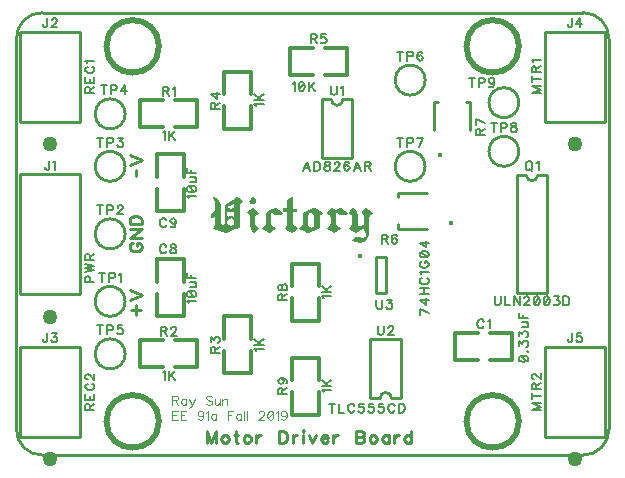
<source format=gbr>
G04 DipTrace 3.3.1.3*
G04 TopSilk.gbr*
%MOIN*%
G04 #@! TF.FileFunction,Legend,Top*
G04 #@! TF.Part,Single*
%ADD10C,0.009843*%
%ADD12C,0.003*%
%ADD16C,0.01*%
%ADD19C,0.02*%
%ADD20C,0.012*%
%ADD23C,0.05*%
%ADD27C,0.015761*%
%ADD30C,0.015748*%
%ADD33C,0.015395*%
%ADD64C,0.006562*%
%ADD65C,0.008749*%
%ADD66C,0.004632*%
%FSLAX26Y26*%
G04*
G70*
G90*
G75*
G01*
G04 TopSilk*
%LPD*%
X1475000Y420000D2*
D20*
X1549993D1*
X1475000Y330000D2*
X1549993D1*
X1590007D2*
X1665000D1*
X1590007Y420000D2*
X1665000D1*
X1475000Y330000D2*
Y420000D1*
X1665000Y330000D2*
Y420000D1*
X480000Y475000D2*
Y549993D1*
X570000Y475000D2*
Y549993D1*
Y590007D2*
Y665000D1*
X480000Y590007D2*
Y665000D1*
X570000Y475000D2*
X480000D1*
X570000Y665000D2*
X480000D1*
Y825000D2*
Y899993D1*
X570000Y825000D2*
Y899993D1*
Y940007D2*
Y1015000D1*
X480000Y940007D2*
Y1015000D1*
X570000Y825000D2*
X480000D1*
X570000Y1015000D2*
X480000D1*
D23*
X125000Y474213D3*
X25000Y549213D2*
D10*
X225000D1*
Y949213D1*
X25000D1*
Y549213D1*
D23*
X125000Y1049213D3*
X25000Y1124213D2*
D10*
X225000D1*
Y1424213D1*
X25000D1*
Y1124213D1*
D23*
X125000Y-787D3*
X25000Y74213D2*
D10*
X225000D1*
Y374213D1*
X25000D1*
Y74213D1*
D23*
X1875000Y1049213D3*
X1775000Y1124213D2*
D10*
X1975000D1*
Y1424213D1*
X1775000D1*
Y1124213D1*
D23*
X1875000Y-787D3*
X1775000Y74213D2*
D10*
X1975000D1*
Y374213D1*
X1775000D1*
Y74213D1*
X1680111Y946835D2*
Y553165D1*
X1782487Y946835D2*
Y553165D1*
X1680111D2*
X1782487D1*
X1680111Y946835D2*
X1711605D1*
X1750994D2*
X1782487D1*
X1711605D2*
G03X1750994Y946835I19694J11D01*
G01*
X425000Y1195000D2*
D20*
X499993D1*
X425000Y1105000D2*
X499993D1*
X540007D2*
X615000D1*
X540007Y1195000D2*
X615000D1*
X425000Y1105000D2*
Y1195000D1*
X615000Y1105000D2*
Y1195000D1*
X425000Y395000D2*
X499993D1*
X425000Y305000D2*
X499993D1*
X540007D2*
X615000D1*
X540007Y395000D2*
X615000D1*
X425000Y305000D2*
Y395000D1*
X615000Y305000D2*
Y395000D1*
X795000Y475000D2*
Y400007D1*
X705000Y475000D2*
Y400007D1*
Y359993D2*
Y285000D1*
X795000Y359993D2*
Y285000D1*
X705000Y475000D2*
X795000D1*
X705000Y285000D2*
X795000D1*
X705000Y1100000D2*
Y1174993D1*
X795000Y1100000D2*
Y1174993D1*
Y1215007D2*
Y1290000D1*
X705000Y1215007D2*
Y1290000D1*
X795000Y1100000D2*
X705000D1*
X795000Y1290000D2*
X705000D1*
X925000Y1370000D2*
X999993D1*
X925000Y1280000D2*
X999993D1*
X1040007D2*
X1115000D1*
X1040007Y1370000D2*
X1115000D1*
X925000Y1280000D2*
Y1370000D1*
X1115000Y1280000D2*
Y1370000D1*
X1380371Y767809D2*
D10*
X1284320D1*
X1380371Y885931D2*
X1284320Y885919D1*
Y767821D2*
X1284300Y781591D1*
X1284320Y885931D2*
X1284300Y872149D1*
D27*
X1461595Y787500D3*
X1405309Y1094629D2*
D10*
Y1190680D1*
X1523431Y1094629D2*
X1523419Y1190680D1*
X1405321D2*
X1419091Y1190700D1*
X1523431Y1190680D2*
X1509649Y1190700D1*
D30*
X1425000Y1013405D3*
X1020000Y650000D2*
D20*
Y575007D1*
X930000Y650000D2*
Y575007D1*
Y534993D2*
Y460000D1*
X1020000Y534993D2*
Y460000D1*
X930000Y650000D2*
X1020000D1*
X930000Y460000D2*
X1020000D1*
Y337500D2*
Y262507D1*
X930000Y337500D2*
Y262507D1*
Y222493D2*
Y147500D1*
X1020000Y222493D2*
Y147500D1*
X930000Y337500D2*
X1020000D1*
X930000Y147500D2*
X1020000D1*
X275000Y525000D2*
D10*
G02X275000Y525000I50000J0D01*
G01*
Y750000D2*
G02X275000Y750000I50000J0D01*
G01*
Y975000D2*
G02X275000Y975000I50000J0D01*
G01*
Y1150000D2*
G02X275000Y1150000I50000J0D01*
G01*
Y350000D2*
G02X275000Y350000I50000J0D01*
G01*
X1275000Y1262500D2*
G02X1275000Y1262500I50000J0D01*
G01*
Y975000D2*
G02X1275000Y975000I50000J0D01*
G01*
X1587500Y1025000D2*
G02X1587500Y1025000I50000J0D01*
G01*
Y1187500D2*
G02X1587500Y1187500I50000J0D01*
G01*
X1030111Y1198427D2*
Y1001573D1*
X1132487Y1198427D2*
Y1001573D1*
X1030111D2*
X1132487D1*
X1061605Y1198427D2*
X1030111D1*
X1100994D2*
X1132487D1*
X1061605D2*
G03X1100994Y1198427I19694J9D01*
G01*
X1294889Y201573D2*
Y398427D1*
X1192513Y201573D2*
Y398427D1*
X1294889D2*
X1192513D1*
X1263395Y201573D2*
X1294889D1*
X1224006D2*
X1192513D1*
X1263395D2*
G03X1224006Y201573I-19694J-9D01*
G01*
D33*
X1158375Y676914D3*
X1212440Y671651D2*
D10*
Y553543D1*
X1243931Y671651D2*
Y553543D1*
X1212440D2*
X1243931D1*
X1212440Y671651D2*
X1243931D1*
X100000Y1487500D2*
D16*
X1900000D1*
X100000Y12500D2*
X1900000D1*
X12500Y1400000D2*
Y100000D1*
X1987500Y1400000D2*
Y100000D1*
X12500Y1400000D2*
G02X100000Y1487500I85417J2083D01*
G01*
Y12500D2*
G02X12500Y100000I-2083J85417D01*
G01*
X1987500D2*
G02X1900000Y12500I-85417J-2083D01*
G01*
Y1487500D2*
G02X1987500Y1400000I2083J-85417D01*
G01*
X312500Y125000D2*
D19*
G02X312500Y125000I87500J0D01*
G01*
Y1375000D2*
G02X312500Y1375000I87500J0D01*
G01*
X1512500Y125000D2*
G02X1512500Y125000I87500J0D01*
G01*
Y1375000D2*
G02X1512500Y1375000I87500J0D01*
G01*
X666781Y871719D2*
D12*
X669781D1*
X744781D2*
X747781D1*
X798781D2*
X801781D1*
X927781D2*
X930781D1*
X668282Y868719D2*
X675180D1*
X741655D2*
X752273D1*
X795793D2*
X804655D1*
X923058D2*
X930781D1*
X670024Y865719D2*
X679829D1*
X738141D2*
X756942D1*
X792933D2*
X807130D1*
X918955D2*
X930781D1*
X671752Y862719D2*
X683439D1*
X733817D2*
X761458D1*
X790469D2*
X809123D1*
X915502D2*
X930781D1*
X673289Y859719D2*
X686091D1*
X728471D2*
X765781D1*
X788375D2*
X809356D1*
X913930D2*
X930781D1*
X674470Y856719D2*
X688033D1*
X722477D2*
X761881D1*
X790314D2*
X807379D1*
X913778D2*
X930781D1*
X675175Y853719D2*
X689376D1*
X716918D2*
X758490D1*
X792781D2*
X804781D1*
X914206D2*
X930781D1*
X675526Y850719D2*
X690142D1*
X712280D2*
X727622D1*
X738781D2*
X755753D1*
X914847D2*
X930781D1*
X675682Y847719D2*
X690515D1*
X710180D2*
X720871D1*
X738781D2*
X754737D1*
X915320D2*
X930781D1*
X675744Y844719D2*
X690678D1*
X709432D2*
X715537D1*
X738769D2*
X754187D1*
X915579D2*
X930781D1*
X675768Y841719D2*
X690743D1*
X709047D2*
X713363D1*
X738593D2*
X753940D1*
X915700D2*
X930781D1*
X675776Y838719D2*
X690767D1*
X708881D2*
X712452D1*
X738136D2*
X753839D1*
X915752D2*
X930781D1*
X675744Y835719D2*
X690776D1*
X708817D2*
X718074D1*
X735227D2*
X753801D1*
X798781D2*
X801781D1*
X873781D2*
X876781D1*
X900781D2*
X930781D1*
X1002781D2*
X1005781D1*
X1059781D2*
X1062781D1*
X1089781D2*
X1092781D1*
X1131781D2*
X1134781D1*
X1173781D2*
X1176781D1*
X675417Y832719D2*
X690779D1*
X708793D2*
X727283D1*
X727259D2*
X753788D1*
X794289D2*
X805233D1*
X865404D2*
X880461D1*
X900781D2*
X945781D1*
X995998D2*
X1010601D1*
X1056793D2*
X1067435D1*
X1083730D2*
X1096461D1*
X1128793D2*
X1137769D1*
X1170793D2*
X1180461D1*
X674644Y829719D2*
X690780D1*
X708785D2*
X753783D1*
X789619D2*
X808863D1*
X857493D2*
X884865D1*
X900781D2*
X945781D1*
X988335D2*
X1016284D1*
X1053907D2*
X1073593D1*
X1076645D2*
X1100865D1*
X1125907D2*
X1140652D1*
X1167933D2*
X1184865D1*
X671633Y826719D2*
X690781D1*
X708782D2*
X753782D1*
X785104D2*
X812183D1*
X851297D2*
X889674D1*
X915781D2*
X930781D1*
X980400D2*
X1022409D1*
X1051370D2*
X1105674D1*
X1123370D2*
X1143152D1*
X1165469D2*
X1189674D1*
X668132Y823719D2*
X690781D1*
X708781D2*
X711781D1*
X738781D2*
X753781D1*
X780781D2*
X814729D1*
X846680D2*
X894005D1*
X915781D2*
X930781D1*
X974003D2*
X1027943D1*
X1049396D2*
X1110005D1*
X1121396D2*
X1144934D1*
X1163375D2*
X1194005D1*
X665052Y820719D2*
X690781D1*
X708781D2*
X711781D1*
X738781D2*
X753781D1*
X784118D2*
X816781D1*
X845166D2*
X858781D1*
X867781D2*
X897781D1*
X915781D2*
X930781D1*
X969380D2*
X985370D1*
X997118D2*
X1032781D1*
X1047781D2*
X1074781D1*
X1083781D2*
X1113781D1*
X1119781D2*
X1145947D1*
X1165103D2*
X1197781D1*
X662568Y817719D2*
X690781D1*
X708781D2*
X711804D1*
X738769D2*
X753781D1*
X787361D2*
X811960D1*
X844362D2*
X858781D1*
X870781D2*
X893375D1*
X915781D2*
X930781D1*
X968000D2*
X983616D1*
X1000361D2*
X1027960D1*
X1052961D2*
X1074781D1*
X1086781D2*
X1109375D1*
X1124961D2*
X1146437D1*
X1167179D2*
X1192960D1*
X661647Y814719D2*
X690781D1*
X708781D2*
X712033D1*
X738655D2*
X753781D1*
X789919D2*
X807904D1*
X844005D2*
X858781D1*
X873781D2*
X888781D1*
X915781D2*
X930781D1*
X967283D2*
X982611D1*
X1002919D2*
X1023904D1*
X1057040D2*
X1074781D1*
X1089781D2*
X1104781D1*
X1129040D2*
X1146648D1*
X1168881D2*
X1188904D1*
X661148Y811719D2*
X690781D1*
X708781D2*
X712578D1*
X738191D2*
X753781D1*
X791755D2*
X806305D1*
X843863D2*
X858781D1*
X915781D2*
X930781D1*
X966972D2*
X982124D1*
X1004755D2*
X1022305D1*
X1058466D2*
X1074781D1*
X1130466D2*
X1146732D1*
X1169905D2*
X1187305D1*
X660915Y808719D2*
X690781D1*
X708781D2*
X714916D1*
X720781D2*
X732781D1*
X737166D2*
X753781D1*
X792300D2*
X805433D1*
X843809D2*
X858781D1*
X915781D2*
X930781D1*
X966850D2*
X981913D1*
X1005300D2*
X1021433D1*
X1059227D2*
X1074781D1*
X1131227D2*
X1146764D1*
X1170415D2*
X1186433D1*
X660781Y805719D2*
X666781D1*
X675781D2*
X690781D1*
X708781D2*
X753781D1*
X792583D2*
X805037D1*
X843791D2*
X858781D1*
X915781D2*
X930781D1*
X966805D2*
X981829D1*
X1005583D2*
X1021037D1*
X1059566D2*
X1074781D1*
X1131566D2*
X1146775D1*
X1170639D2*
X1186037D1*
X675781Y802719D2*
X690781D1*
X708781D2*
X721496D1*
X731602D2*
X753781D1*
X792705D2*
X804876D1*
X843784D2*
X858781D1*
X915781D2*
X930781D1*
X966789D2*
X981798D1*
X1005705D2*
X1020876D1*
X1059702D2*
X1074781D1*
X1131702D2*
X1146779D1*
X1170728D2*
X1185876D1*
X675781Y799719D2*
X690781D1*
X708781D2*
X717244D1*
X735658D2*
X753781D1*
X792754D2*
X804814D1*
X843782D2*
X858781D1*
X915781D2*
X930781D1*
X966783D2*
X981787D1*
X1005754D2*
X1020814D1*
X1059753D2*
X1074781D1*
X1131753D2*
X1146780D1*
X1170762D2*
X1185814D1*
X675781Y796719D2*
X690781D1*
X708781D2*
X713973D1*
X737257D2*
X753781D1*
X792771D2*
X804792D1*
X843781D2*
X858781D1*
X915781D2*
X930781D1*
X966782D2*
X981783D1*
X1005771D2*
X1020792D1*
X1059772D2*
X1074781D1*
X1131772D2*
X1146781D1*
X1170775D2*
X1185792D1*
X675781Y793719D2*
X690781D1*
X708781D2*
X712836D1*
X738129D2*
X753781D1*
X792778D2*
X804785D1*
X843781D2*
X858781D1*
X915781D2*
X930781D1*
X966781D2*
X981781D1*
X1005778D2*
X1020785D1*
X1059778D2*
X1074781D1*
X1131778D2*
X1146781D1*
X1170779D2*
X1185785D1*
X675781Y790719D2*
X690793D1*
X708769D2*
X712227D1*
X738525D2*
X753781D1*
X792780D2*
X804782D1*
X843781D2*
X858781D1*
X915781D2*
X930781D1*
X966781D2*
X981781D1*
X1005780D2*
X1020782D1*
X1059780D2*
X1074781D1*
X1131780D2*
X1146781D1*
X1170780D2*
X1185782D1*
X675781Y787719D2*
X690945D1*
X708617D2*
X711978D1*
X738674D2*
X753781D1*
X792781D2*
X804793D1*
X843769D2*
X858781D1*
X915781D2*
X930793D1*
X966769D2*
X981781D1*
X1005781D2*
X1020781D1*
X1059769D2*
X1074781D1*
X1131769D2*
X1146781D1*
X1170769D2*
X1185781D1*
X675757Y784719D2*
X691332D1*
X708230D2*
X712149D1*
X738560D2*
X753781D1*
X792781D2*
X804922D1*
X843640D2*
X858828D1*
X915757D2*
X930945D1*
X966640D2*
X981804D1*
X1005781D2*
X1020781D1*
X1059640D2*
X1074828D1*
X1131640D2*
X1146781D1*
X1170582D2*
X1185781D1*
X675535Y781719D2*
X693538D1*
X706024D2*
X712800D1*
X738131D2*
X753781D1*
X792781D2*
X805238D1*
X843324D2*
X858968D1*
X915535D2*
X931332D1*
X966324D2*
X982027D1*
X1005757D2*
X1020781D1*
X1059324D2*
X1074968D1*
X1131324D2*
X1146781D1*
X1170089D2*
X1185781D1*
X675007Y778719D2*
X699168D1*
X700394D2*
X716501D1*
X735226D2*
X753781D1*
X792781D2*
X807057D1*
X841505D2*
X860281D1*
X915007D2*
X933435D1*
X964505D2*
X982554D1*
X1005500D2*
X1020757D1*
X1057505D2*
X1076281D1*
X1129505D2*
X1146781D1*
X1166829D2*
X1185781D1*
X672789Y775719D2*
X725422D1*
X727258D2*
X753781D1*
X792793D2*
X809839D1*
X838723D2*
X864194D1*
X912789D2*
X938173D1*
X961723D2*
X985003D1*
X1004867D2*
X1020488D1*
X1054723D2*
X1080194D1*
X1126723D2*
X1146781D1*
X1157691D2*
X1185781D1*
X669911Y772719D2*
X753781D1*
X792910D2*
X813232D1*
X835329D2*
X868910D1*
X909911D2*
X943470D1*
X958329D2*
X988762D1*
X1001861D2*
X1019820D1*
X1051329D2*
X1084910D1*
X1123329D2*
X1185781D1*
X666781Y769719D2*
X741330D1*
X793409D2*
X816781D1*
X831781D2*
X873781D1*
X906781D2*
X948781D1*
X954781D2*
X993887D1*
X995276D2*
X1016515D1*
X1047781D2*
X1089781D1*
X1119781D2*
X1185781D1*
X678018Y766719D2*
X731377D1*
X794627D2*
X813781D1*
X837859D2*
X869289D1*
X912299D2*
X944289D1*
X962351D2*
X1009217D1*
X1053859D2*
X1085289D1*
X1125859D2*
X1158904D1*
X1171256D2*
X1185781D1*
X689326Y763719D2*
X723803D1*
X796611D2*
X810781D1*
X843561D2*
X864619D1*
X917869D2*
X939619D1*
X969722D2*
X1000928D1*
X1059561D2*
X1080619D1*
X1131561D2*
X1153370D1*
X1172105D2*
X1185781D1*
X699458Y760719D2*
X717584D1*
X799098D2*
X807781D1*
X848406D2*
X860104D1*
X922999D2*
X935104D1*
X976083D2*
X992718D1*
X1064406D2*
X1076104D1*
X1136406D2*
X1148396D1*
X1173264D2*
X1185781D1*
X708781Y757719D2*
X711781D1*
X801781D2*
X804781D1*
X852781D2*
X855781D1*
X927781D2*
X930781D1*
X981781D2*
X984781D1*
X1068781D2*
X1071781D1*
X1140781D2*
X1143781D1*
X1174508D2*
X1185769D1*
X1175556Y754719D2*
X1185664D1*
X1176207Y751719D2*
X1185281D1*
X1176526Y748719D2*
X1184551D1*
X1176521Y745719D2*
X1183665D1*
X1176210Y742719D2*
X1182642D1*
X1140781Y739719D2*
X1155781D1*
X1174018D2*
X1181146D1*
X1136937Y736719D2*
X1164593D1*
X1168391D2*
X1179031D1*
X1134062Y733719D2*
X1176457D1*
X1131781Y730719D2*
X1173533D1*
X1141417Y727719D2*
X1170147D1*
X1149146Y724719D2*
X1166151D1*
X1155781Y721719D2*
X1161781D1*
X666781Y871719D2*
X668282Y868719D1*
X670024Y865719D1*
X671752Y862719D1*
X673289Y859719D1*
X674470Y856719D1*
X675175Y853719D1*
X675526Y850719D1*
X675682Y847719D1*
X675744Y844719D1*
X675768Y841719D1*
X675776Y838719D1*
X675744Y835719D1*
X675417Y832719D1*
X674644Y829719D1*
X671633Y826719D1*
X668132Y823719D1*
X665052Y820719D1*
X662568Y817719D1*
X661647Y814719D1*
X661148Y811719D1*
X660915Y808719D1*
X660781Y805719D1*
X669781Y871719D2*
X675180Y868719D1*
X679829Y865719D1*
X683439Y862719D1*
X686091Y859719D1*
X688033Y856719D1*
X689376Y853719D1*
X690142Y850719D1*
X690515Y847719D1*
X690678Y844719D1*
X690743Y841719D1*
X690767Y838719D1*
X690776Y835719D1*
X690779Y832719D1*
X690780Y829719D1*
X690781Y826719D1*
Y823719D1*
Y820719D1*
Y817719D1*
Y814719D1*
Y811719D1*
Y808719D1*
Y805719D1*
Y802719D1*
Y799719D1*
Y796719D1*
Y793719D1*
X690793Y790719D1*
X690945Y787719D1*
X691332Y784719D1*
X693538Y781719D1*
X699168Y778719D1*
X705781Y775719D1*
X744781Y871719D2*
X741655Y868719D1*
X738141Y865719D1*
X733817Y862719D1*
X728471Y859719D1*
X722477Y856719D1*
X716918Y853719D1*
X712280Y850719D1*
X710180Y847719D1*
X709432Y844719D1*
X709047Y841719D1*
X708881Y838719D1*
X708817Y835719D1*
X708793Y832719D1*
X708785Y829719D1*
X708782Y826719D1*
X708781Y823719D1*
Y820719D1*
Y817719D1*
Y814719D1*
Y811719D1*
Y808719D1*
Y805719D1*
Y802719D1*
Y799719D1*
Y796719D1*
Y793719D1*
X708769Y790719D1*
X708617Y787719D1*
X708230Y784719D1*
X706024Y781719D1*
X700394Y778719D1*
X693781Y775719D1*
X747781Y871719D2*
X752273Y868719D1*
X756942Y865719D1*
X761458Y862719D1*
X765781Y859719D1*
X761881Y856719D1*
X758490Y853719D1*
X755753Y850719D1*
X754737Y847719D1*
X754187Y844719D1*
X753940Y841719D1*
X753839Y838719D1*
X753801Y835719D1*
X753788Y832719D1*
X753783Y829719D1*
X753782Y826719D1*
X753781Y823719D1*
Y820719D1*
Y817719D1*
Y814719D1*
Y811719D1*
Y808719D1*
Y805719D1*
Y802719D1*
Y799719D1*
Y796719D1*
Y793719D1*
Y790719D1*
Y787719D1*
Y784719D1*
Y781719D1*
Y778719D1*
Y775719D1*
Y772719D1*
X741330Y769719D1*
X731377Y766719D1*
X723803Y763719D1*
X717584Y760719D1*
X711781Y757719D1*
X798781Y871719D2*
X795793Y868719D1*
X792933Y865719D1*
X790469Y862719D1*
X788375Y859719D1*
X790314Y856719D1*
X792781Y853719D1*
X801781Y871719D2*
X804655Y868719D1*
X807130Y865719D1*
X809123Y862719D1*
X809356Y859719D1*
X807379Y856719D1*
X804781Y853719D1*
X927781Y871719D2*
X923058Y868719D1*
X918955Y865719D1*
X915502Y862719D1*
X913930Y859719D1*
X913778Y856719D1*
X914206Y853719D1*
X914847Y850719D1*
X915320Y847719D1*
X915579Y844719D1*
X915700Y841719D1*
X915752Y838719D1*
X915781Y835719D1*
X900781D1*
Y832719D1*
Y829719D1*
Y826719D1*
X915781D1*
Y823719D1*
Y820719D1*
Y817719D1*
Y814719D1*
Y811719D1*
Y808719D1*
Y805719D1*
Y802719D1*
Y799719D1*
Y796719D1*
Y793719D1*
Y790719D1*
Y787719D1*
X915757Y784719D1*
X915535Y781719D1*
X915007Y778719D1*
X912789Y775719D1*
X909911Y772719D1*
X906781Y769719D1*
X912299Y766719D1*
X917869Y763719D1*
X922999Y760719D1*
X927781Y757719D1*
X930781Y871719D2*
Y868719D1*
Y865719D1*
Y862719D1*
Y859719D1*
Y856719D1*
Y853719D1*
Y850719D1*
Y847719D1*
Y844719D1*
Y841719D1*
Y838719D1*
Y835719D1*
Y832719D1*
X945781D1*
Y829719D1*
Y826719D1*
X930781D1*
Y823719D1*
Y820719D1*
Y817719D1*
Y814719D1*
Y811719D1*
Y808719D1*
Y805719D1*
Y802719D1*
Y799719D1*
Y796719D1*
Y793719D1*
Y790719D1*
X930793Y787719D1*
X930945Y784719D1*
X931332Y781719D1*
X933435Y778719D1*
X938173Y775719D1*
X943470Y772719D1*
X948781Y769719D1*
X944289Y766719D1*
X939619Y763719D1*
X935104Y760719D1*
X930781Y757719D1*
X735781Y853719D2*
X727622Y850719D1*
X720871Y847719D1*
X715537Y844719D1*
X713363Y841719D1*
X712452Y838719D1*
X718074Y835719D1*
X727283Y832719D1*
X738781Y829719D1*
Y853719D2*
Y850719D1*
Y847719D1*
X738769Y844719D1*
X738593Y841719D1*
X738136Y838719D1*
X735227Y835719D1*
X727259Y832719D1*
X717781Y829719D1*
X798781Y835719D2*
X794289Y832719D1*
X789619Y829719D1*
X785104Y826719D1*
X780781Y823719D1*
X784118Y820719D1*
X787361Y817719D1*
X789919Y814719D1*
X791755Y811719D1*
X792300Y808719D1*
X792583Y805719D1*
X792705Y802719D1*
X792754Y799719D1*
X792771Y796719D1*
X792778Y793719D1*
X792780Y790719D1*
X792781Y787719D1*
Y784719D1*
Y781719D1*
Y778719D1*
X792793Y775719D1*
X792910Y772719D1*
X793409Y769719D1*
X794627Y766719D1*
X796611Y763719D1*
X799098Y760719D1*
X801781Y757719D1*
Y835719D2*
X805233Y832719D1*
X808863Y829719D1*
X812183Y826719D1*
X814729Y823719D1*
X816781Y820719D1*
X811960Y817719D1*
X807904Y814719D1*
X806305Y811719D1*
X805433Y808719D1*
X805037Y805719D1*
X804876Y802719D1*
X804814Y799719D1*
X804792Y796719D1*
X804785Y793719D1*
X804782Y790719D1*
X804793Y787719D1*
X804922Y784719D1*
X805238Y781719D1*
X807057Y778719D1*
X809839Y775719D1*
X813232Y772719D1*
X816781Y769719D1*
X813781Y766719D1*
X810781Y763719D1*
X807781Y760719D1*
X804781Y757719D1*
X873781Y835719D2*
X865404Y832719D1*
X857493Y829719D1*
X851297Y826719D1*
X846680Y823719D1*
X845166Y820719D1*
X844362Y817719D1*
X844005Y814719D1*
X843863Y811719D1*
X843809Y808719D1*
X843791Y805719D1*
X843784Y802719D1*
X843782Y799719D1*
X843781Y796719D1*
Y793719D1*
Y790719D1*
X843769Y787719D1*
X843640Y784719D1*
X843324Y781719D1*
X841505Y778719D1*
X838723Y775719D1*
X835329Y772719D1*
X831781Y769719D1*
X837859Y766719D1*
X843561Y763719D1*
X848406Y760719D1*
X852781Y757719D1*
X876781Y835719D2*
X880461Y832719D1*
X884865Y829719D1*
X889674Y826719D1*
X894005Y823719D1*
X897781Y820719D1*
X893375Y817719D1*
X888781Y814719D1*
X1002781Y835719D2*
X995998Y832719D1*
X988335Y829719D1*
X980400Y826719D1*
X974003Y823719D1*
X969380Y820719D1*
X968000Y817719D1*
X967283Y814719D1*
X966972Y811719D1*
X966850Y808719D1*
X966805Y805719D1*
X966789Y802719D1*
X966783Y799719D1*
X966782Y796719D1*
X966781Y793719D1*
Y790719D1*
X966769Y787719D1*
X966640Y784719D1*
X966324Y781719D1*
X964505Y778719D1*
X961723Y775719D1*
X958329Y772719D1*
X954781Y769719D1*
X962351Y766719D1*
X969722Y763719D1*
X976083Y760719D1*
X981781Y757719D1*
X1005781Y835719D2*
X1010601Y832719D1*
X1016284Y829719D1*
X1022409Y826719D1*
X1027943Y823719D1*
X1032781Y820719D1*
X1027960Y817719D1*
X1023904Y814719D1*
X1022305Y811719D1*
X1021433Y808719D1*
X1021037Y805719D1*
X1020876Y802719D1*
X1020814Y799719D1*
X1020792Y796719D1*
X1020785Y793719D1*
X1020782Y790719D1*
X1020781Y787719D1*
Y784719D1*
Y781719D1*
X1020757Y778719D1*
X1020488Y775719D1*
X1019820Y772719D1*
X1016515Y769719D1*
X1009217Y766719D1*
X1000928Y763719D1*
X992718Y760719D1*
X984781Y757719D1*
X1059781Y835719D2*
X1056793Y832719D1*
X1053907Y829719D1*
X1051370Y826719D1*
X1049396Y823719D1*
X1047781Y820719D1*
X1052961Y817719D1*
X1057040Y814719D1*
X1058466Y811719D1*
X1059227Y808719D1*
X1059566Y805719D1*
X1059702Y802719D1*
X1059753Y799719D1*
X1059772Y796719D1*
X1059778Y793719D1*
X1059780Y790719D1*
X1059769Y787719D1*
X1059640Y784719D1*
X1059324Y781719D1*
X1057505Y778719D1*
X1054723Y775719D1*
X1051329Y772719D1*
X1047781Y769719D1*
X1053859Y766719D1*
X1059561Y763719D1*
X1064406Y760719D1*
X1068781Y757719D1*
X1062781Y835719D2*
X1067435Y832719D1*
X1073593Y829719D1*
X1080781Y826719D1*
X1089781Y835719D2*
X1083730Y832719D1*
X1076645Y829719D1*
X1068781Y826719D1*
X1092781Y835719D2*
X1096461Y832719D1*
X1100865Y829719D1*
X1105674Y826719D1*
X1110005Y823719D1*
X1113781Y820719D1*
X1109375Y817719D1*
X1104781Y814719D1*
X1131781Y835719D2*
X1128793Y832719D1*
X1125907Y829719D1*
X1123370Y826719D1*
X1121396Y823719D1*
X1119781Y820719D1*
X1124961Y817719D1*
X1129040Y814719D1*
X1130466Y811719D1*
X1131227Y808719D1*
X1131566Y805719D1*
X1131702Y802719D1*
X1131753Y799719D1*
X1131772Y796719D1*
X1131778Y793719D1*
X1131780Y790719D1*
X1131769Y787719D1*
X1131640Y784719D1*
X1131324Y781719D1*
X1129505Y778719D1*
X1126723Y775719D1*
X1123329Y772719D1*
X1119781Y769719D1*
X1125859Y766719D1*
X1131561Y763719D1*
X1136406Y760719D1*
X1140781Y757719D1*
X1134781Y835719D2*
X1137769Y832719D1*
X1140652Y829719D1*
X1143152Y826719D1*
X1144934Y823719D1*
X1145947Y820719D1*
X1146437Y817719D1*
X1146648Y814719D1*
X1146732Y811719D1*
X1146764Y808719D1*
X1146775Y805719D1*
X1146779Y802719D1*
X1146780Y799719D1*
X1146781Y796719D1*
Y793719D1*
Y790719D1*
Y787719D1*
Y784719D1*
Y781719D1*
Y778719D1*
Y775719D1*
X1164781Y772719D1*
X1173781Y835719D2*
X1170793Y832719D1*
X1167933Y829719D1*
X1165469Y826719D1*
X1163375Y823719D1*
X1165103Y820719D1*
X1167179Y817719D1*
X1168881Y814719D1*
X1169905Y811719D1*
X1170415Y808719D1*
X1170639Y805719D1*
X1170728Y802719D1*
X1170762Y799719D1*
X1170775Y796719D1*
X1170779Y793719D1*
X1170780Y790719D1*
X1170769Y787719D1*
X1170582Y784719D1*
X1170089Y781719D1*
X1166829Y778719D1*
X1157691Y775719D1*
X1146781Y772719D1*
X1176781Y835719D2*
X1180461Y832719D1*
X1184865Y829719D1*
X1189674Y826719D1*
X1194005Y823719D1*
X1197781Y820719D1*
X1192960Y817719D1*
X1188904Y814719D1*
X1187305Y811719D1*
X1186433Y808719D1*
X1186037Y805719D1*
X1185876Y802719D1*
X1185814Y799719D1*
X1185792Y796719D1*
X1185785Y793719D1*
X1185782Y790719D1*
X1185781Y787719D1*
Y784719D1*
Y781719D1*
Y778719D1*
Y775719D1*
Y772719D1*
Y769719D1*
Y766719D1*
Y763719D1*
Y760719D1*
X1185769Y757719D1*
X1185664Y754719D1*
X1185281Y751719D1*
X1184551Y748719D1*
X1183665Y745719D1*
X1182642Y742719D1*
X1181146Y739719D1*
X1179031Y736719D1*
X1176457Y733719D1*
X1173533Y730719D1*
X1170147Y727719D1*
X1166151Y724719D1*
X1161781Y721719D1*
X711781Y826719D2*
Y823719D1*
Y820719D1*
X711804Y817719D1*
X712033Y814719D1*
X712578Y811719D1*
X714916Y808719D1*
X717781Y805719D1*
X738781Y826719D2*
Y823719D1*
Y820719D1*
X738769Y817719D1*
X738655Y814719D1*
X738191Y811719D1*
X737166Y808719D1*
X735781Y805719D1*
X858781Y823719D2*
Y820719D1*
Y817719D1*
Y814719D1*
Y811719D1*
Y808719D1*
Y805719D1*
Y802719D1*
Y799719D1*
Y796719D1*
Y793719D1*
Y790719D1*
Y787719D1*
X858828Y784719D1*
X858968Y781719D1*
X860281Y778719D1*
X864194Y775719D1*
X868910Y772719D1*
X873781Y769719D1*
X869289Y766719D1*
X864619Y763719D1*
X860104Y760719D1*
X855781Y757719D1*
X864781Y823719D2*
X867781Y820719D1*
X870781Y817719D1*
X873781Y814719D1*
X987781Y823719D2*
X985370Y820719D1*
X983616Y817719D1*
X982611Y814719D1*
X982124Y811719D1*
X981913Y808719D1*
X981829Y805719D1*
X981798Y802719D1*
X981787Y799719D1*
X981783Y796719D1*
X981781Y793719D1*
Y790719D1*
Y787719D1*
X981804Y784719D1*
X982027Y781719D1*
X982554Y778719D1*
X985003Y775719D1*
X988762Y772719D1*
X993887Y769719D1*
X999781Y766719D1*
X993781Y823719D2*
X997118Y820719D1*
X1000361Y817719D1*
X1002919Y814719D1*
X1004755Y811719D1*
X1005300Y808719D1*
X1005583Y805719D1*
X1005705Y802719D1*
X1005754Y799719D1*
X1005771Y796719D1*
X1005778Y793719D1*
X1005780Y790719D1*
X1005781Y787719D1*
Y784719D1*
X1005757Y781719D1*
X1005500Y778719D1*
X1004867Y775719D1*
X1001861Y772719D1*
X995276Y769719D1*
X987781Y766719D1*
X1074781Y823719D2*
Y820719D1*
Y817719D1*
Y814719D1*
Y811719D1*
Y808719D1*
Y805719D1*
Y802719D1*
Y799719D1*
Y796719D1*
Y793719D1*
Y790719D1*
Y787719D1*
X1074828Y784719D1*
X1074968Y781719D1*
X1076281Y778719D1*
X1080194Y775719D1*
X1084910Y772719D1*
X1089781Y769719D1*
X1085289Y766719D1*
X1080619Y763719D1*
X1076104Y760719D1*
X1071781Y757719D1*
X1080781Y823719D2*
X1083781Y820719D1*
X1086781Y817719D1*
X1089781Y814719D1*
X720781Y808719D2*
X717781Y805719D1*
X732781Y808719D2*
X735781Y805719D1*
X669781Y808719D2*
X666781Y805719D1*
X675781Y808719D2*
Y805719D1*
Y802719D1*
Y799719D1*
Y796719D1*
Y793719D1*
Y790719D1*
Y787719D1*
X675757Y784719D1*
X675535Y781719D1*
X675007Y778719D1*
X672789Y775719D1*
X669911Y772719D1*
X666781Y769719D1*
X678018Y766719D1*
X689326Y763719D1*
X699458Y760719D1*
X708781Y757719D1*
X726781Y805719D2*
X721496Y802719D1*
X717244Y799719D1*
X713973Y796719D1*
X712836Y793719D1*
X712227Y790719D1*
X711978Y787719D1*
X712149Y784719D1*
X712800Y781719D1*
X716501Y778719D1*
X725422Y775719D1*
X735781Y772719D1*
X726781Y805719D2*
X731602Y802719D1*
X735658Y799719D1*
X737257Y796719D1*
X738129Y793719D1*
X738525Y790719D1*
X738674Y787719D1*
X738560Y784719D1*
X738131Y781719D1*
X735226Y778719D1*
X727258Y775719D1*
X717781Y772719D1*
X1164781Y769719D2*
X1158904Y766719D1*
X1153370Y763719D1*
X1148396Y760719D1*
X1143781Y757719D1*
X1170781Y769719D2*
X1171256Y766719D1*
X1172105Y763719D1*
X1173264Y760719D1*
X1174508Y757719D1*
X1175556Y754719D1*
X1176207Y751719D1*
X1176526Y748719D1*
X1176521Y745719D1*
X1176210Y742719D1*
X1174018Y739719D1*
X1168391Y736719D1*
X1161781Y733719D1*
X1140781Y739719D2*
X1136937Y736719D1*
X1134062Y733719D1*
X1131781Y730719D1*
X1141417Y727719D1*
X1149146Y724719D1*
X1155781Y721719D1*
Y739719D2*
X1164593Y736719D1*
X1173781Y733719D1*
X1570601Y457736D2*
D64*
X1569175Y460588D1*
X1566290Y463473D1*
X1563438Y464899D1*
X1557701D1*
X1554816Y463473D1*
X1551964Y460588D1*
X1550505Y457736D1*
X1549079Y453425D1*
Y446229D1*
X1550505Y441951D1*
X1551964Y439066D1*
X1554816Y436214D1*
X1557701Y434755D1*
X1563438D1*
X1566290Y436214D1*
X1569175Y439066D1*
X1570601Y441951D1*
X1583725Y459129D2*
X1586610Y460588D1*
X1590921Y464866D1*
Y434755D1*
X1687634Y332000D2*
X1689060Y327689D1*
X1693371Y324804D1*
X1700534Y323378D1*
X1704845D1*
X1712008Y324804D1*
X1716319Y327689D1*
X1717745Y332000D1*
Y334852D1*
X1716319Y339163D1*
X1712008Y342014D1*
X1704845Y343474D1*
X1700534D1*
X1693371Y342015D1*
X1689060Y339163D1*
X1687634Y334852D1*
Y332000D1*
X1693371Y342015D2*
X1712008Y324804D1*
X1714860Y358023D2*
X1716319Y356597D1*
X1717745Y358023D1*
X1716319Y359482D1*
X1714860Y358023D1*
X1687634Y375490D2*
Y391242D1*
X1699108Y382653D1*
Y386964D1*
X1700534Y389816D1*
X1701960Y391242D1*
X1706271Y392701D1*
X1709123D1*
X1713434Y391242D1*
X1716319Y388390D1*
X1717745Y384079D1*
Y379768D1*
X1716319Y375490D1*
X1714860Y374064D1*
X1712008Y372605D1*
X1687634Y408710D2*
Y424462D1*
X1699108Y415873D1*
Y420184D1*
X1700534Y423036D1*
X1701960Y424462D1*
X1706271Y425921D1*
X1709123D1*
X1713434Y424462D1*
X1716319Y421610D1*
X1717745Y417299D1*
Y412988D1*
X1716319Y408710D1*
X1714860Y407284D1*
X1712008Y405825D1*
X1697649Y439044D2*
X1712008D1*
X1716286Y440470D1*
X1717745Y443355D1*
Y447666D1*
X1716286Y450518D1*
X1712008Y454829D1*
X1697649D2*
X1717745D1*
X1687601Y486622D2*
Y467952D1*
X1717745D1*
X1701960D2*
Y479426D1*
X511668Y707736D2*
X510242Y710588D1*
X507357Y713473D1*
X504505Y714899D1*
X498768D1*
X495883Y713473D1*
X493031Y710588D1*
X491572Y707736D1*
X490146Y703425D1*
Y696229D1*
X491572Y691951D1*
X493031Y689066D1*
X495883Y686214D1*
X498768Y684755D1*
X504505D1*
X507357Y686214D1*
X510242Y689066D1*
X511668Y691951D1*
X531954Y714866D2*
X527676Y713440D1*
X526217Y710588D1*
Y707703D1*
X527676Y704851D1*
X530528Y703392D1*
X536265Y701966D1*
X540576Y700540D1*
X543428Y697655D1*
X544854Y694803D1*
Y690492D1*
X543428Y687640D1*
X542002Y686181D1*
X537691Y684755D1*
X531954D1*
X527676Y686181D1*
X526217Y687640D1*
X524791Y690492D1*
Y694803D1*
X526217Y697655D1*
X529102Y700540D1*
X533380Y701966D1*
X539117Y703392D1*
X542002Y704851D1*
X543428Y707703D1*
Y710588D1*
X542002Y713440D1*
X537691Y714866D1*
X531954D1*
X586910Y519442D2*
X585451Y522327D1*
X581173Y526638D1*
X611284D1*
X581173Y548383D2*
X582599Y544072D1*
X586910Y541187D1*
X594073Y539761D1*
X598384D1*
X605547Y541187D1*
X609858Y544072D1*
X611284Y548383D1*
Y551235D1*
X609858Y555546D1*
X605547Y558398D1*
X598384Y559857D1*
X594073D1*
X586910Y558398D1*
X582599Y555546D1*
X581173Y551235D1*
Y548383D1*
X586910Y558398D2*
X605547Y541187D1*
X591188Y572980D2*
X605547D1*
X609825Y574406D1*
X611284Y577291D1*
Y581602D1*
X609825Y584454D1*
X605547Y588765D1*
X591188D2*
X611284D1*
X581140Y620559D2*
Y601889D1*
X611284D1*
X595499D2*
Y613363D1*
X512364Y795236D2*
X510938Y798088D1*
X508053Y800973D1*
X505201Y802399D1*
X499464D1*
X496579Y800973D1*
X493727Y798088D1*
X492268Y795236D1*
X490842Y790925D1*
Y783729D1*
X492268Y779451D1*
X493727Y776566D1*
X496579Y773714D1*
X499464Y772255D1*
X505201D1*
X508053Y773714D1*
X510938Y776566D1*
X512364Y779451D1*
X544158Y792351D2*
X542699Y788040D1*
X539847Y785155D1*
X535536Y783729D1*
X534110D1*
X529799Y785155D1*
X526947Y788040D1*
X525488Y792351D1*
Y793777D1*
X526947Y798088D1*
X529799Y800940D1*
X534110Y802366D1*
X535536D1*
X539847Y800940D1*
X542699Y798088D1*
X544158Y792351D1*
Y785155D1*
X542699Y777992D1*
X539847Y773681D1*
X535536Y772255D1*
X532684D1*
X528373Y773681D1*
X526947Y776566D1*
X586910Y869442D2*
X585451Y872327D1*
X581173Y876638D1*
X611284D1*
X581173Y898383D2*
X582599Y894072D1*
X586910Y891187D1*
X594073Y889761D1*
X598384D1*
X605547Y891187D1*
X609858Y894072D1*
X611284Y898383D1*
Y901235D1*
X609858Y905546D1*
X605547Y908398D1*
X598384Y909857D1*
X594073D1*
X586910Y908398D1*
X582599Y905546D1*
X581173Y901235D1*
Y898383D1*
X586910Y908398D2*
X605547Y891187D1*
X591188Y922980D2*
X605547D1*
X609825Y924406D1*
X611284Y927291D1*
Y931602D1*
X609825Y934454D1*
X605547Y938765D1*
X591188D2*
X611284D1*
X581140Y970559D2*
Y951889D1*
X611284D1*
X595499D2*
Y963363D1*
X122020Y994111D2*
Y971163D1*
X120594Y966852D1*
X119135Y965427D1*
X116283Y963967D1*
X113398D1*
X110546Y965427D1*
X109120Y966852D1*
X107661Y971163D1*
Y974015D1*
X135143Y988341D2*
X138028Y989800D1*
X142339Y994078D1*
Y963967D1*
X258386Y589134D2*
Y602067D1*
X256960Y606345D1*
X255501Y607804D1*
X252649Y609230D1*
X248338D1*
X245486Y607804D1*
X244027Y606345D1*
X242601Y602067D1*
Y589134D1*
X272745D1*
X242601Y622354D2*
X272745Y629550D1*
X242601Y636713D1*
X272745Y643876D1*
X242601Y651072D1*
X256960Y664195D2*
Y677095D1*
X255501Y681406D1*
X254075Y682865D1*
X251223Y684291D1*
X248338D1*
X245486Y682865D1*
X244027Y681406D1*
X242601Y677095D1*
Y664195D1*
X272745D1*
X256960Y674243D2*
X272745Y684291D1*
X115570Y1469111D2*
Y1446163D1*
X114144Y1441852D1*
X112685Y1440427D1*
X109833Y1438967D1*
X106948D1*
X104096Y1440427D1*
X102670Y1441852D1*
X101211Y1446163D1*
Y1449015D1*
X130152Y1461915D2*
Y1463341D1*
X131578Y1466226D1*
X133004Y1467652D1*
X135889Y1469078D1*
X141626D1*
X144478Y1467652D1*
X145904Y1466226D1*
X147363Y1463341D1*
Y1460489D1*
X145904Y1457604D1*
X143052Y1453326D1*
X128693Y1438967D1*
X148789D1*
X256960Y1220802D2*
Y1233702D1*
X255501Y1238013D1*
X254075Y1239472D1*
X251223Y1240898D1*
X248338D1*
X245486Y1239472D1*
X244027Y1238013D1*
X242601Y1233702D1*
Y1220802D1*
X272745D1*
X256960Y1230850D2*
X272745Y1240898D1*
X242601Y1272658D2*
Y1254022D1*
X272745Y1254021D1*
Y1272658D1*
X256960Y1254022D2*
Y1265495D1*
X249764Y1307304D2*
X246912Y1305878D1*
X244027Y1302993D1*
X242601Y1300141D1*
Y1294404D1*
X244027Y1291519D1*
X246912Y1288667D1*
X249764Y1287208D1*
X254075Y1285782D1*
X261271D1*
X265549Y1287208D1*
X268434Y1288667D1*
X271286Y1291519D1*
X272745Y1294404D1*
Y1300141D1*
X271286Y1302993D1*
X268434Y1305878D1*
X265549Y1307304D1*
X248371Y1320427D2*
X246912Y1323312D1*
X242634Y1327623D1*
X272745D1*
X115570Y419111D2*
Y396163D1*
X114144Y391852D1*
X112685Y390427D1*
X109833Y388967D1*
X106948D1*
X104096Y390427D1*
X102670Y391852D1*
X101211Y396163D1*
Y399015D1*
X131578Y419078D2*
X147330D1*
X138741Y407604D1*
X143052D1*
X145904Y406178D1*
X147330Y404752D1*
X148789Y400441D1*
Y397589D1*
X147330Y393278D1*
X144478Y390393D1*
X140167Y388967D1*
X135856D1*
X131578Y390393D1*
X130152Y391852D1*
X128693Y394704D1*
X256960Y164352D2*
Y177252D1*
X255501Y181563D1*
X254075Y183022D1*
X251223Y184448D1*
X248338D1*
X245486Y183022D1*
X244027Y181563D1*
X242601Y177252D1*
Y164352D1*
X272745D1*
X256960Y174400D2*
X272745Y184448D1*
X242601Y216208D2*
Y197572D1*
X272745D1*
Y216208D1*
X256960Y197572D2*
Y209045D1*
X249764Y250854D2*
X246912Y249428D1*
X244027Y246543D1*
X242601Y243691D1*
Y237954D1*
X244027Y235069D1*
X246912Y232217D1*
X249764Y230758D1*
X254075Y229332D1*
X261271D1*
X265549Y230758D1*
X268434Y232217D1*
X271286Y235069D1*
X272745Y237954D1*
Y243691D1*
X271286Y246543D1*
X268434Y249428D1*
X265549Y250854D1*
X249797Y265436D2*
X248371D1*
X245486Y266862D1*
X244060Y268288D1*
X242634Y271173D1*
Y276910D1*
X244060Y279762D1*
X245486Y281188D1*
X248371Y282647D1*
X251223D1*
X254108Y281188D1*
X258386Y278336D1*
X272745Y263977D1*
Y284073D1*
X1864857Y1469111D2*
Y1446163D1*
X1863431Y1441852D1*
X1861972Y1440427D1*
X1859120Y1438967D1*
X1856235D1*
X1853383Y1440427D1*
X1851957Y1441852D1*
X1850498Y1446163D1*
Y1449015D1*
X1892339Y1438967D2*
Y1469078D1*
X1877980Y1449015D1*
X1899502D1*
X1760245Y1242307D2*
X1730101Y1242308D1*
X1760245Y1230834D1*
X1730101Y1219360D1*
X1760245D1*
X1730101Y1265479D2*
X1760245D1*
X1730101Y1255431D2*
Y1275527D1*
X1744460Y1288650D2*
Y1301550D1*
X1743001Y1305861D1*
X1741575Y1307320D1*
X1738723Y1308746D1*
X1735838D1*
X1732986Y1307320D1*
X1731527Y1305861D1*
X1730101Y1301550D1*
Y1288650D1*
X1760245D1*
X1744460Y1298698D2*
X1760245Y1308746D1*
X1735871Y1321870D2*
X1734412Y1324755D1*
X1730134Y1329066D1*
X1760245D1*
X1865570Y419111D2*
Y396163D1*
X1864144Y391852D1*
X1862685Y390427D1*
X1859833Y388967D1*
X1856948D1*
X1854096Y390427D1*
X1852670Y391852D1*
X1851211Y396163D1*
Y399015D1*
X1895904Y419078D2*
X1881578D1*
X1880152Y406178D1*
X1881578Y407604D1*
X1885889Y409063D1*
X1890167D1*
X1894478Y407604D1*
X1897363Y404752D1*
X1898789Y400441D1*
Y397589D1*
X1897363Y393278D1*
X1894478Y390393D1*
X1890167Y388967D1*
X1885889D1*
X1881578Y390393D1*
X1880152Y391852D1*
X1878693Y394704D1*
X1760245Y185858D2*
X1730101D1*
X1760245Y174384D1*
X1730101Y162910D1*
X1760245D1*
X1730101Y209029D2*
X1760245D1*
X1730101Y198981D2*
Y219077D1*
X1744460Y232200D2*
Y245100D1*
X1743001Y249411D1*
X1741575Y250870D1*
X1738723Y252296D1*
X1735838D1*
X1732986Y250870D1*
X1731527Y249411D1*
X1730101Y245100D1*
Y232200D1*
X1760245D1*
X1744460Y242248D2*
X1760245Y252296D1*
X1737297Y266879D2*
X1735871D1*
X1732986Y268305D1*
X1731560Y269731D1*
X1730134Y272616D1*
Y278353D1*
X1731560Y281205D1*
X1732986Y282631D1*
X1735871Y284090D1*
X1738723D1*
X1741608Y282631D1*
X1745886Y279779D1*
X1760245Y265420D1*
Y285516D1*
X1718271Y991733D2*
X1715419Y990341D1*
X1712534Y987456D1*
X1711108Y984571D1*
X1709649Y980259D1*
Y973097D1*
X1711108Y968786D1*
X1712534Y965934D1*
X1715419Y963049D1*
X1718271Y961623D1*
X1724008D1*
X1726893Y963049D1*
X1729745Y965934D1*
X1731171Y968786D1*
X1732630Y973097D1*
Y980259D1*
X1731171Y984571D1*
X1729745Y987456D1*
X1726893Y990341D1*
X1724008Y991733D1*
X1718271D1*
X1722582Y967360D2*
X1731171Y958738D1*
X1745753Y985963D2*
X1748638Y987422D1*
X1752949Y991700D1*
Y961589D1*
X1606426Y542025D2*
Y520503D1*
X1607852Y516192D1*
X1610737Y513340D1*
X1615048Y511881D1*
X1617900D1*
X1622211Y513340D1*
X1625096Y516192D1*
X1626522Y520503D1*
Y542025D1*
X1639645D2*
Y511881D1*
X1656856D1*
X1690076Y542025D2*
Y511881D1*
X1669980Y542025D1*
Y511881D1*
X1704658Y534829D2*
Y536255D1*
X1706084Y539140D1*
X1707510Y540566D1*
X1710395Y541992D1*
X1716132D1*
X1718984Y540566D1*
X1720410Y539140D1*
X1721869Y536255D1*
Y533403D1*
X1720410Y530518D1*
X1717558Y526240D1*
X1703199Y511881D1*
X1723295D1*
X1745040Y541992D2*
X1740729Y540566D1*
X1737844Y536255D1*
X1736418Y529092D1*
Y524781D1*
X1737844Y517618D1*
X1740729Y513307D1*
X1745040Y511881D1*
X1747892D1*
X1752203Y513307D1*
X1755055Y517618D1*
X1756514Y524781D1*
Y529092D1*
X1755055Y536255D1*
X1752203Y540566D1*
X1747892Y541992D1*
X1745040D1*
X1755055Y536255D2*
X1737844Y517618D1*
X1778260Y541992D2*
X1773949Y540566D1*
X1771064Y536255D1*
X1769638Y529092D1*
Y524781D1*
X1771064Y517618D1*
X1773949Y513307D1*
X1778260Y511881D1*
X1781112D1*
X1785423Y513307D1*
X1788275Y517618D1*
X1789734Y524781D1*
Y529092D1*
X1788275Y536255D1*
X1785423Y540566D1*
X1781112Y541992D1*
X1778260D1*
X1788275Y536255D2*
X1771064Y517618D1*
X1805742Y541992D2*
X1821494D1*
X1812905Y530518D1*
X1817216D1*
X1820068Y529092D1*
X1821494Y527666D1*
X1822953Y523355D1*
Y520503D1*
X1821494Y516192D1*
X1818642Y513307D1*
X1814331Y511881D1*
X1810020D1*
X1805742Y513307D1*
X1804316Y514766D1*
X1802857Y517618D1*
X1836076Y542025D2*
Y511881D1*
X1846124D1*
X1850435Y513340D1*
X1853321Y516192D1*
X1854746Y519077D1*
X1856172Y523355D1*
Y530551D1*
X1854746Y534862D1*
X1853321Y537714D1*
X1850435Y540599D1*
X1846124Y542025D1*
X1836076D1*
X499792Y1225540D2*
X512692D1*
X517003Y1226999D1*
X518462Y1228425D1*
X519888Y1231277D1*
Y1234162D1*
X518462Y1237014D1*
X517003Y1238473D1*
X512692Y1239899D1*
X499792D1*
Y1209755D1*
X509840Y1225540D2*
X519888Y1209755D1*
X533012Y1234129D2*
X535897Y1235588D1*
X540208Y1239866D1*
Y1209755D1*
X499792Y1088090D2*
X502677Y1089549D1*
X506988Y1093827D1*
Y1063716D1*
X520112Y1093860D2*
Y1063716D1*
X540208Y1093860D2*
X520112Y1073764D1*
X527275Y1080960D2*
X540208Y1063716D1*
X493342Y425540D2*
X506242D1*
X510553Y426999D1*
X512012Y428425D1*
X513438Y431277D1*
Y434162D1*
X512012Y437014D1*
X510553Y438473D1*
X506242Y439899D1*
X493342D1*
Y409755D1*
X503390Y425540D2*
X513438Y409755D1*
X528021Y432703D2*
Y434129D1*
X529447Y437014D1*
X530873Y438440D1*
X533758Y439866D1*
X539495D1*
X542347Y438440D1*
X543773Y437014D1*
X545232Y434129D1*
Y431277D1*
X543773Y428392D1*
X540921Y424114D1*
X526562Y409755D1*
X546658D1*
X499792Y288090D2*
X502677Y289549D1*
X506988Y293827D1*
Y263716D1*
X520112Y293860D2*
Y263716D1*
X540208Y293860D2*
X520112Y273764D1*
X527275Y280960D2*
X540208Y263716D1*
X674460Y353342D2*
Y366242D1*
X673001Y370553D1*
X671575Y372012D1*
X668723Y373438D1*
X665838D1*
X662986Y372012D1*
X661527Y370553D1*
X660101Y366242D1*
Y353342D1*
X690245D1*
X674460Y363390D2*
X690245Y373438D1*
X660134Y389447D2*
Y405199D1*
X671608Y396610D1*
Y400921D1*
X673034Y403773D1*
X674460Y405199D1*
X678771Y406658D1*
X681623D1*
X685934Y405199D1*
X688819Y402347D1*
X690245Y398036D1*
Y393725D1*
X688819Y389447D1*
X687360Y388021D1*
X684508Y386562D1*
X811910Y359792D2*
X810451Y362677D1*
X806173Y366988D1*
X836284D1*
X806140Y380112D2*
X836284D1*
X806140Y400208D2*
X826236Y380112D1*
X819040Y387275D2*
X836284Y400208D1*
X674460Y1167629D2*
Y1180529D1*
X673001Y1184840D1*
X671575Y1186299D1*
X668723Y1187725D1*
X665838D1*
X662986Y1186299D1*
X661527Y1184840D1*
X660101Y1180529D1*
Y1167629D1*
X690245D1*
X674460Y1177677D2*
X690245Y1187725D1*
Y1215208D2*
X660134D1*
X680197Y1200849D1*
Y1222371D1*
X811910Y1174792D2*
X810451Y1177677D1*
X806173Y1181988D1*
X836284D1*
X806140Y1195112D2*
X836284D1*
X806140Y1215208D2*
X826236Y1195112D1*
X819040Y1202275D2*
X836284Y1215208D1*
X993342Y1400540D2*
X1006242D1*
X1010553Y1401999D1*
X1012012Y1403425D1*
X1013438Y1406277D1*
Y1409162D1*
X1012012Y1412014D1*
X1010553Y1413473D1*
X1006242Y1414899D1*
X993342D1*
Y1384755D1*
X1003390Y1400540D2*
X1013438Y1384755D1*
X1043773Y1414866D2*
X1029447D1*
X1028021Y1401966D1*
X1029447Y1403392D1*
X1033758Y1404851D1*
X1038036D1*
X1042347Y1403392D1*
X1045232Y1400540D1*
X1046658Y1396229D1*
Y1393377D1*
X1045232Y1389066D1*
X1042347Y1386181D1*
X1038036Y1384755D1*
X1033758D1*
X1029447Y1386181D1*
X1028021Y1387640D1*
X1026562Y1390492D1*
X933183Y1250590D2*
X936068Y1252049D1*
X940379Y1256327D1*
Y1226216D1*
X962124Y1256327D2*
X957813Y1254901D1*
X954928Y1250590D1*
X953502Y1243427D1*
Y1239116D1*
X954928Y1231953D1*
X957813Y1227642D1*
X962124Y1226216D1*
X964976D1*
X969287Y1227642D1*
X972139Y1231953D1*
X973598Y1239116D1*
Y1243427D1*
X972139Y1250590D1*
X969287Y1254901D1*
X964976Y1256327D1*
X962124D1*
X972139Y1250590D2*
X954928Y1231953D1*
X986721Y1256360D2*
Y1226216D1*
X1006817Y1256360D2*
X986721Y1236264D1*
X993884Y1243460D2*
X1006817Y1226216D1*
X1230660Y732902D2*
X1243560D1*
X1247871Y734361D1*
X1249330Y735787D1*
X1250756Y738639D1*
Y741524D1*
X1249330Y744376D1*
X1247871Y745835D1*
X1243560Y747261D1*
X1230660D1*
Y717117D1*
X1240708Y732902D2*
X1250756Y717117D1*
X1281090Y742950D2*
X1279664Y745802D1*
X1275353Y747228D1*
X1272501D1*
X1268190Y745802D1*
X1265305Y741491D1*
X1263879Y734328D1*
Y727165D1*
X1265305Y721428D1*
X1268190Y718543D1*
X1272501Y717117D1*
X1273927D1*
X1278205Y718543D1*
X1281090Y721428D1*
X1282516Y725739D1*
Y727165D1*
X1281090Y731476D1*
X1278205Y734328D1*
X1273927Y735754D1*
X1272501D1*
X1268190Y734328D1*
X1265305Y731476D1*
X1263879Y727165D1*
X1558338Y1079255D2*
Y1092154D1*
X1556879Y1096465D1*
X1555453Y1097925D1*
X1552601Y1099350D1*
X1549716D1*
X1546864Y1097925D1*
X1545405Y1096465D1*
X1543979Y1092154D1*
Y1079255D1*
X1574123D1*
X1558338Y1089303D2*
X1574123Y1099350D1*
Y1118211D2*
X1544012Y1132570D1*
Y1112474D1*
X899460Y528359D2*
Y541259D1*
X898001Y545570D1*
X896575Y547029D1*
X893723Y548455D1*
X890838D1*
X887986Y547029D1*
X886527Y545570D1*
X885101Y541259D1*
Y528359D1*
X915245D1*
X899460Y538407D2*
X915245Y548455D1*
X885134Y568741D2*
X886560Y564463D1*
X889412Y563004D1*
X892297D1*
X895149Y564463D1*
X896608Y567315D1*
X898034Y573052D1*
X899460Y577363D1*
X902345Y580215D1*
X905197Y581641D1*
X909508D1*
X912360Y580215D1*
X913819Y578789D1*
X915245Y574478D1*
Y568741D1*
X913819Y564463D1*
X912360Y563004D1*
X909508Y561578D1*
X905197D1*
X902345Y563004D1*
X899460Y565889D1*
X898034Y570167D1*
X896608Y575904D1*
X895149Y578789D1*
X892297Y580215D1*
X889412D1*
X886560Y578789D1*
X885134Y574478D1*
Y568741D1*
X1036910Y534792D2*
X1035451Y537677D1*
X1031173Y541988D1*
X1061284D1*
X1031140Y555112D2*
X1061284D1*
X1031140Y575208D2*
X1051236Y555112D1*
X1044040Y562275D2*
X1061284Y575208D1*
X899460Y216555D2*
Y229455D1*
X898001Y233766D1*
X896575Y235225D1*
X893723Y236651D1*
X890838D1*
X887986Y235225D1*
X886527Y233766D1*
X885101Y229455D1*
Y216555D1*
X915245D1*
X899460Y226603D2*
X915245Y236651D1*
X895149Y268445D2*
X899460Y266986D1*
X902345Y264134D1*
X903771Y259823D1*
Y258397D1*
X902345Y254086D1*
X899460Y251234D1*
X895149Y249775D1*
X893723D1*
X889412Y251234D1*
X886560Y254086D1*
X885134Y258397D1*
Y259823D1*
X886560Y264134D1*
X889412Y266986D1*
X895149Y268445D1*
X902345D1*
X909508Y266986D1*
X913819Y264134D1*
X915245Y259823D1*
Y256971D1*
X913819Y252660D1*
X910934Y251234D1*
X1036910Y222292D2*
X1035451Y225177D1*
X1031173Y229488D1*
X1061284D1*
X1031140Y242612D2*
X1061284D1*
X1031140Y262708D2*
X1051236Y242612D1*
X1044040Y249775D2*
X1061284Y262708D1*
X298231Y619899D2*
Y589755D1*
X288183Y619899D2*
X308279D1*
X321402Y604114D2*
X334335D1*
X338613Y605540D1*
X340072Y606999D1*
X341498Y609851D1*
Y614162D1*
X340072Y617014D1*
X338613Y618473D1*
X334335Y619899D1*
X321402D1*
Y589755D1*
X354621Y614129D2*
X357506Y615588D1*
X361817Y619866D1*
Y589755D1*
X291781Y844899D2*
Y814755D1*
X281733Y844899D2*
X301829D1*
X314952Y829114D2*
X327885D1*
X332163Y830540D1*
X333622Y831999D1*
X335048Y834851D1*
Y839162D1*
X333622Y842014D1*
X332163Y843473D1*
X327885Y844899D1*
X314952D1*
Y814755D1*
X349630Y837703D2*
Y839129D1*
X351056Y842014D1*
X352482Y843440D1*
X355367Y844866D1*
X361104D1*
X363956Y843440D1*
X365382Y842014D1*
X366841Y839129D1*
Y836277D1*
X365382Y833392D1*
X362530Y829114D1*
X348171Y814755D1*
X368267D1*
X291781Y1069899D2*
Y1039755D1*
X281733Y1069899D2*
X301829D1*
X314952Y1054114D2*
X327885D1*
X332163Y1055540D1*
X333622Y1056999D1*
X335048Y1059851D1*
Y1064162D1*
X333622Y1067014D1*
X332163Y1068473D1*
X327885Y1069899D1*
X314952D1*
Y1039755D1*
X351056Y1069866D2*
X366808D1*
X358219Y1058392D1*
X362530D1*
X365382Y1056966D1*
X366808Y1055540D1*
X368267Y1051229D1*
Y1048377D1*
X366808Y1044066D1*
X363956Y1041181D1*
X359645Y1039755D1*
X355334D1*
X351056Y1041181D1*
X349630Y1042640D1*
X348171Y1045492D1*
X303568Y1244899D2*
Y1214755D1*
X293520Y1244899D2*
X313616D1*
X326739Y1229114D2*
X339672D1*
X343950Y1230540D1*
X345409Y1231999D1*
X346835Y1234851D1*
Y1239162D1*
X345409Y1242014D1*
X343950Y1243473D1*
X339672Y1244899D1*
X326739D1*
Y1214755D1*
X374317D2*
Y1244866D1*
X359958Y1224803D1*
X381480D1*
X291781Y444899D2*
Y414755D1*
X281733Y444899D2*
X301829D1*
X314952Y429114D2*
X327885D1*
X332163Y430540D1*
X333622Y431999D1*
X335048Y434851D1*
Y439162D1*
X333622Y442014D1*
X332163Y443473D1*
X327885Y444899D1*
X314952D1*
Y414755D1*
X365382Y444866D2*
X351056D1*
X349630Y431966D1*
X351056Y433392D1*
X355367Y434851D1*
X359645D1*
X363956Y433392D1*
X366841Y430540D1*
X368267Y426229D1*
Y423377D1*
X366841Y419066D1*
X363956Y416181D1*
X359645Y414755D1*
X355367D1*
X351056Y416181D1*
X349630Y417640D1*
X348171Y420492D1*
X1292510Y1357399D2*
Y1327255D1*
X1282462Y1357399D2*
X1302558D1*
X1315682Y1341614D2*
X1328615D1*
X1332892Y1343040D1*
X1334352Y1344499D1*
X1335778Y1347351D1*
Y1351662D1*
X1334352Y1354514D1*
X1332892Y1355973D1*
X1328615Y1357399D1*
X1315682D1*
Y1327255D1*
X1366112Y1353088D2*
X1364686Y1355940D1*
X1360375Y1357366D1*
X1357523D1*
X1353212Y1355940D1*
X1350327Y1351629D1*
X1348901Y1344466D1*
Y1337303D1*
X1350327Y1331566D1*
X1353212Y1328681D1*
X1357523Y1327255D1*
X1358949D1*
X1363227Y1328681D1*
X1366112Y1331566D1*
X1367538Y1335877D1*
Y1337303D1*
X1366112Y1341614D1*
X1363227Y1344466D1*
X1358949Y1345892D1*
X1357523D1*
X1353212Y1344466D1*
X1350327Y1341614D1*
X1348901Y1337303D1*
X1291781Y1069899D2*
Y1039755D1*
X1281733Y1069899D2*
X1301829D1*
X1314952Y1054114D2*
X1327885D1*
X1332163Y1055540D1*
X1333622Y1056999D1*
X1335048Y1059851D1*
Y1064162D1*
X1333622Y1067014D1*
X1332163Y1068473D1*
X1327885Y1069899D1*
X1314952D1*
Y1039755D1*
X1353908D2*
X1368267Y1069866D1*
X1348171D1*
X1604297Y1119899D2*
Y1089755D1*
X1594249Y1119899D2*
X1614345D1*
X1627469Y1104114D2*
X1640402D1*
X1644680Y1105540D1*
X1646139Y1106999D1*
X1647565Y1109851D1*
Y1114162D1*
X1646139Y1117014D1*
X1644680Y1118473D1*
X1640402Y1119899D1*
X1627469D1*
Y1089755D1*
X1667851Y1119866D2*
X1663573Y1118440D1*
X1662114Y1115588D1*
Y1112703D1*
X1663573Y1109851D1*
X1666425Y1108392D1*
X1672162Y1106966D1*
X1676473Y1105540D1*
X1679325Y1102655D1*
X1680751Y1099803D1*
Y1095492D1*
X1679325Y1092640D1*
X1677899Y1091181D1*
X1673588Y1089755D1*
X1667851D1*
X1663573Y1091181D1*
X1662114Y1092640D1*
X1660688Y1095492D1*
Y1099803D1*
X1662114Y1102655D1*
X1664999Y1105540D1*
X1669277Y1106966D1*
X1675014Y1108392D1*
X1677899Y1109851D1*
X1679325Y1112703D1*
Y1115588D1*
X1677899Y1118440D1*
X1673588Y1119866D1*
X1667851D1*
X1529994Y1269899D2*
Y1239755D1*
X1519946Y1269899D2*
X1540042D1*
X1553165Y1254114D2*
X1566098D1*
X1570376Y1255540D1*
X1571835Y1256999D1*
X1573261Y1259851D1*
Y1264162D1*
X1571835Y1267014D1*
X1570376Y1268473D1*
X1566098Y1269899D1*
X1553165D1*
Y1239755D1*
X1605054Y1259851D2*
X1603595Y1255540D1*
X1600743Y1252655D1*
X1596432Y1251229D1*
X1595006D1*
X1590695Y1252655D1*
X1587843Y1255540D1*
X1586384Y1259851D1*
Y1261277D1*
X1587843Y1265588D1*
X1590695Y1268440D1*
X1595006Y1269866D1*
X1596432D1*
X1600743Y1268440D1*
X1603595Y1265588D1*
X1605054Y1259851D1*
Y1252655D1*
X1603595Y1245492D1*
X1600743Y1241181D1*
X1596432Y1239755D1*
X1593580D1*
X1589269Y1241181D1*
X1587843Y1244066D1*
X1061091Y1243326D2*
Y1221804D1*
X1062517Y1217493D1*
X1065403Y1214641D1*
X1069714Y1213182D1*
X1072565D1*
X1076876Y1214641D1*
X1079762Y1217493D1*
X1081187Y1221804D1*
Y1243326D1*
X1094311Y1237556D2*
X1097196Y1239015D1*
X1101507Y1243293D1*
Y1213182D1*
X992435Y960289D2*
X980928Y990433D1*
X969454Y960289D1*
X973765Y970337D2*
X988124D1*
X1005559Y990433D2*
Y960289D1*
X1015607D1*
X1019918Y961748D1*
X1022803Y964600D1*
X1024229Y967485D1*
X1025655Y971763D1*
Y978959D1*
X1024229Y983270D1*
X1022803Y986122D1*
X1019918Y989007D1*
X1015607Y990433D1*
X1005559D1*
X1045941Y990400D2*
X1041663Y988974D1*
X1040204Y986122D1*
Y983237D1*
X1041663Y980385D1*
X1044515Y978926D1*
X1050252Y977500D1*
X1054563Y976074D1*
X1057415Y973189D1*
X1058841Y970337D1*
Y966026D1*
X1057415Y963174D1*
X1055989Y961715D1*
X1051678Y960289D1*
X1045941D1*
X1041663Y961715D1*
X1040204Y963174D1*
X1038778Y966026D1*
Y970337D1*
X1040204Y973189D1*
X1043089Y976074D1*
X1047367Y977500D1*
X1053104Y978926D1*
X1055989Y980385D1*
X1057415Y983237D1*
Y986122D1*
X1055989Y988974D1*
X1051678Y990400D1*
X1045941D1*
X1073423Y983237D2*
Y984663D1*
X1074849Y987548D1*
X1076275Y988974D1*
X1079160Y990400D1*
X1084897D1*
X1087749Y988974D1*
X1089175Y987548D1*
X1090634Y984663D1*
Y981811D1*
X1089175Y978926D1*
X1086323Y974648D1*
X1071964Y960289D1*
X1092060D1*
X1122394Y986122D2*
X1120969Y988974D1*
X1116658Y990400D1*
X1113806D1*
X1109495Y988974D1*
X1106610Y984663D1*
X1105184Y977500D1*
Y970337D1*
X1106610Y964600D1*
X1109495Y961715D1*
X1113806Y960289D1*
X1115232D1*
X1119509Y961715D1*
X1122394Y964600D1*
X1123820Y968911D1*
Y970337D1*
X1122394Y974648D1*
X1119509Y977500D1*
X1115232Y978926D1*
X1113806D1*
X1109495Y977500D1*
X1106610Y974648D1*
X1105184Y970337D1*
X1159925Y960289D2*
X1148418Y990433D1*
X1136944Y960289D1*
X1141255Y970337D2*
X1155614D1*
X1173048Y976074D2*
X1185948D1*
X1190259Y977533D1*
X1191718Y978959D1*
X1193144Y981811D1*
Y984696D1*
X1191718Y987548D1*
X1190259Y989007D1*
X1185948Y990433D1*
X1173048D1*
Y960289D1*
X1183096Y976074D2*
X1193144Y960289D1*
X1217043Y443326D2*
Y421804D1*
X1218469Y417493D1*
X1221354Y414641D1*
X1225665Y413182D1*
X1228517D1*
X1232828Y414641D1*
X1235713Y417493D1*
X1237139Y421804D1*
Y443326D1*
X1251722Y436130D2*
Y437556D1*
X1253148Y440441D1*
X1254573Y441867D1*
X1257459Y443293D1*
X1263196D1*
X1266047Y441867D1*
X1267473Y440441D1*
X1268933Y437556D1*
Y434704D1*
X1267473Y431819D1*
X1264621Y427541D1*
X1250262Y413182D1*
X1270358D1*
X1064267Y184269D2*
Y154125D1*
X1054219Y184269D2*
X1074315D1*
X1087439D2*
Y154125D1*
X1104649D1*
X1139295Y177106D2*
X1137869Y179958D1*
X1134984Y182843D1*
X1132132Y184269D1*
X1126395D1*
X1123510Y182843D1*
X1120658Y179958D1*
X1119199Y177106D1*
X1117773Y172795D1*
Y165599D1*
X1119199Y161321D1*
X1120658Y158436D1*
X1123510Y155584D1*
X1126395Y154125D1*
X1132132D1*
X1134984Y155584D1*
X1137869Y158436D1*
X1139295Y161321D1*
X1169629Y184235D2*
X1155303D1*
X1153877Y171336D1*
X1155303Y172762D1*
X1159614Y174221D1*
X1163892D1*
X1168203Y172762D1*
X1171088Y169910D1*
X1172514Y165599D1*
Y162747D1*
X1171088Y158436D1*
X1168203Y155551D1*
X1163892Y154125D1*
X1159614D1*
X1155303Y155551D1*
X1153877Y157010D1*
X1152418Y159862D1*
X1202848Y184235D2*
X1188523D1*
X1187097Y171336D1*
X1188523Y172762D1*
X1192834Y174221D1*
X1197111D1*
X1201422Y172762D1*
X1204308Y169910D1*
X1205734Y165599D1*
Y162747D1*
X1204308Y158436D1*
X1201422Y155551D1*
X1197111Y154125D1*
X1192834D1*
X1188523Y155551D1*
X1187097Y157010D1*
X1185638Y159862D1*
X1236068Y184235D2*
X1221742D1*
X1220316Y171336D1*
X1221742Y172762D1*
X1226053Y174221D1*
X1230331D1*
X1234642Y172762D1*
X1237527Y169910D1*
X1238953Y165599D1*
Y162747D1*
X1237527Y158436D1*
X1234642Y155551D1*
X1230331Y154125D1*
X1226053D1*
X1221742Y155551D1*
X1220316Y157010D1*
X1218857Y159862D1*
X1273598Y177106D2*
X1272172Y179958D1*
X1269287Y182843D1*
X1266435Y184269D1*
X1260698D1*
X1257813Y182843D1*
X1254961Y179958D1*
X1253502Y177106D1*
X1252076Y172795D1*
Y165599D1*
X1253502Y161321D1*
X1254961Y158436D1*
X1257813Y155584D1*
X1260698Y154125D1*
X1266435D1*
X1269287Y155584D1*
X1272172Y158436D1*
X1273598Y161321D1*
X1286722Y184269D2*
Y154125D1*
X1296770D1*
X1301081Y155584D1*
X1303966Y158436D1*
X1305392Y161321D1*
X1306818Y165599D1*
Y172795D1*
X1305392Y177106D1*
X1303966Y179958D1*
X1301081Y182843D1*
X1296770Y184269D1*
X1286722D1*
X1212657Y529513D2*
Y507991D1*
X1214083Y503680D1*
X1216968Y500828D1*
X1221279Y499369D1*
X1224131D1*
X1228442Y500828D1*
X1231327Y503680D1*
X1232753Y507991D1*
Y529513D1*
X1248762Y529480D2*
X1264514D1*
X1255925Y518006D1*
X1260236D1*
X1263088Y516580D1*
X1264514Y515154D1*
X1265973Y510843D1*
Y507991D1*
X1264514Y503680D1*
X1261662Y500795D1*
X1257351Y499369D1*
X1253040D1*
X1248762Y500795D1*
X1247336Y502254D1*
X1245877Y505106D1*
X1387060Y486563D2*
X1356949Y500922D1*
Y480826D1*
X1387060Y528404D2*
X1356949D1*
X1377012Y514045D1*
Y535567D1*
X1356916Y548690D2*
X1387060D1*
X1356916Y568786D2*
X1387060D1*
X1371275Y548690D2*
Y568786D1*
X1364079Y603432D2*
X1361227Y602006D1*
X1358342Y599121D1*
X1356916Y596269D1*
Y590532D1*
X1358342Y587647D1*
X1361227Y584795D1*
X1364079Y583336D1*
X1368390Y581910D1*
X1375586D1*
X1379864Y583336D1*
X1382749Y584795D1*
X1385601Y587647D1*
X1387060Y590532D1*
Y596269D1*
X1385601Y599121D1*
X1382749Y602006D1*
X1379864Y603432D1*
X1362686Y616555D2*
X1361227Y619440D1*
X1356949Y623751D1*
X1387060D1*
X1364079Y658396D2*
X1361227Y656970D1*
X1358342Y654085D1*
X1356916Y651233D1*
Y645496D1*
X1358342Y642611D1*
X1361227Y639759D1*
X1364079Y638300D1*
X1368390Y636874D1*
X1375586D1*
X1379864Y638300D1*
X1382749Y639759D1*
X1385601Y642611D1*
X1387060Y645496D1*
Y651233D1*
X1385601Y654085D1*
X1382749Y656970D1*
X1379864Y658396D1*
X1375586D1*
Y651233D1*
X1356949Y680142D2*
X1358375Y675831D1*
X1362686Y672946D1*
X1369849Y671520D1*
X1374160D1*
X1381323Y672946D1*
X1385634Y675831D1*
X1387060Y680142D1*
Y682994D1*
X1385634Y687305D1*
X1381323Y690157D1*
X1374160Y691616D1*
X1369849D1*
X1362686Y690157D1*
X1358375Y687305D1*
X1356949Y682994D1*
Y680142D1*
X1362686Y690157D2*
X1381323Y672946D1*
X1387060Y719098D2*
X1356949D1*
X1377012Y704739D1*
Y726261D1*
X410537Y941591D2*
D65*
Y963699D1*
X390419Y981197D2*
X430611Y996495D1*
X390419Y1011794D1*
X393315Y496291D2*
X427759D1*
X410559Y479091D2*
Y513535D1*
X390419Y531033D2*
X430611Y546331D1*
X390419Y561630D1*
X399970Y720287D2*
X396167Y718386D1*
X392320Y714539D1*
X390419Y710736D1*
Y703087D1*
X392320Y699240D1*
X396167Y695438D1*
X399970Y693492D1*
X405718Y691591D1*
X415313D1*
X421016Y693492D1*
X424863Y695438D1*
X428666Y699240D1*
X430611Y703087D1*
Y710736D1*
X428666Y714539D1*
X424863Y718386D1*
X421016Y720287D1*
X415313D1*
Y710736D1*
X390419Y764579D2*
X430611D1*
X390419Y737785D1*
X430611D1*
X390419Y782077D2*
X430611D1*
Y795475D1*
X428666Y801223D1*
X424863Y805069D1*
X421016Y806971D1*
X415313Y808872D1*
X405718D1*
X399970Y806971D1*
X396167Y805069D1*
X392320Y801223D1*
X390419Y795475D1*
Y782077D1*
X677253Y52674D2*
Y92866D1*
X661954Y52674D1*
X646655Y92866D1*
Y52674D1*
X704301Y79468D2*
X700498Y77567D1*
X696652Y73720D1*
X694750Y67972D1*
Y64170D1*
X696652Y58422D1*
X700498Y54619D1*
X704301Y52674D1*
X710049D1*
X713896Y54619D1*
X717698Y58422D1*
X719644Y64170D1*
Y67972D1*
X717698Y73720D1*
X713896Y77567D1*
X710049Y79468D1*
X704301D1*
X742890Y92866D2*
Y60323D1*
X744791Y54619D1*
X748638Y52674D1*
X752440D1*
X737142Y79468D2*
X750539D1*
X779489D2*
X775686Y77567D1*
X771839Y73720D1*
X769938Y67972D1*
Y64170D1*
X771839Y58422D1*
X775686Y54619D1*
X779489Y52674D1*
X785237D1*
X789083Y54619D1*
X792886Y58422D1*
X794831Y64170D1*
Y67972D1*
X792886Y73720D1*
X789083Y77567D1*
X785237Y79468D1*
X779489D1*
X812329D2*
Y52674D1*
Y67972D2*
X814275Y73720D1*
X818077Y77567D1*
X821924Y79468D1*
X827672D1*
X889197Y92866D2*
Y52674D1*
X902594D1*
X908342Y54619D1*
X912189Y58422D1*
X914090Y62268D1*
X915992Y67972D1*
Y77567D1*
X914090Y83315D1*
X912189Y87118D1*
X908342Y90964D1*
X902594Y92866D1*
X889197D1*
X933489Y79468D2*
Y52674D1*
Y67972D2*
X935435Y73720D1*
X939237Y77567D1*
X943084Y79468D1*
X948832D1*
X966330Y92866D2*
X968231Y90964D1*
X970177Y92866D1*
X968231Y94811D1*
X966330Y92866D1*
X968231Y79468D2*
Y52674D1*
X987675Y79468D2*
X999171Y52674D1*
X1010623Y79468D1*
X1028120Y67972D2*
X1051068D1*
Y71819D1*
X1049167Y75666D1*
X1047266Y77567D1*
X1043419Y79468D1*
X1037671D1*
X1033868Y77567D1*
X1030022Y73720D1*
X1028120Y67972D1*
Y64170D1*
X1030022Y58422D1*
X1033868Y54619D1*
X1037671Y52674D1*
X1043419D1*
X1047266Y54619D1*
X1051068Y58422D1*
X1068566Y79468D2*
Y52674D1*
Y67972D2*
X1070512Y73720D1*
X1074314Y77567D1*
X1078161Y79468D1*
X1083909D1*
X1145434Y92866D2*
Y52674D1*
X1162678D1*
X1168426Y54619D1*
X1170327Y56520D1*
X1172229Y60323D1*
Y66071D1*
X1170327Y69918D1*
X1168426Y71819D1*
X1162678Y73720D1*
X1168426Y75666D1*
X1170327Y77567D1*
X1172229Y81370D1*
Y85216D1*
X1170327Y89019D1*
X1168426Y90964D1*
X1162678Y92866D1*
X1145434D1*
Y73720D2*
X1162678D1*
X1199277Y79468D2*
X1195474Y77567D1*
X1191628Y73720D1*
X1189726Y67972D1*
Y64170D1*
X1191628Y58422D1*
X1195474Y54619D1*
X1199277Y52674D1*
X1205025D1*
X1208872Y54619D1*
X1212674Y58422D1*
X1214620Y64170D1*
Y67972D1*
X1212674Y73720D1*
X1208872Y77567D1*
X1205025Y79468D1*
X1199277D1*
X1255066D2*
Y52674D1*
Y73720D2*
X1251263Y77567D1*
X1247416Y79468D1*
X1241712D1*
X1237866Y77567D1*
X1234063Y73720D1*
X1232118Y67972D1*
Y64170D1*
X1234063Y58422D1*
X1237866Y54619D1*
X1241712Y52674D1*
X1247416D1*
X1251263Y54619D1*
X1255066Y58422D1*
X1272563Y79468D2*
Y52674D1*
Y67972D2*
X1274509Y73720D1*
X1278311Y77567D1*
X1282158Y79468D1*
X1287906D1*
X1328352Y92866D2*
Y52674D1*
Y73720D2*
X1324549Y77567D1*
X1320703Y79468D1*
X1314955D1*
X1311152Y77567D1*
X1307305Y73720D1*
X1305404Y67972D1*
Y64170D1*
X1307305Y58422D1*
X1311152Y54619D1*
X1314955Y52674D1*
X1320703D1*
X1324549Y54619D1*
X1328352Y58422D1*
X532097Y195685D2*
D66*
X544997D1*
X549308Y197144D1*
X550767Y198570D1*
X552193Y201422D1*
Y204307D1*
X550767Y207159D1*
X549308Y208618D1*
X544997Y210044D1*
X532097D1*
Y179900D1*
X542145Y195685D2*
X552193Y179900D1*
X578667Y199996D2*
Y179900D1*
Y195685D2*
X575815Y198570D1*
X572930Y199996D1*
X568652D1*
X565767Y198570D1*
X562915Y195685D1*
X561456Y191374D1*
Y188522D1*
X562915Y184211D1*
X565767Y181359D1*
X568652Y179900D1*
X572930D1*
X575815Y181359D1*
X578667Y184211D1*
X589390Y199996D2*
X597979Y179900D1*
X595127Y174163D1*
X592242Y171278D1*
X589390Y169852D1*
X587931D1*
X606601Y199996D2*
X597979Y179900D1*
X665121Y205733D2*
X662269Y208618D1*
X657958Y210044D1*
X652221D1*
X647910Y208618D1*
X645025Y205733D1*
Y202881D1*
X646484Y199996D1*
X647910Y198570D1*
X650762Y197144D1*
X659384Y194259D1*
X662269Y192833D1*
X663695Y191374D1*
X665121Y188522D1*
Y184211D1*
X662269Y181359D1*
X657958Y179900D1*
X652221D1*
X647910Y181359D1*
X645025Y184211D1*
X674384Y199996D2*
Y185637D1*
X675810Y181359D1*
X678696Y179900D1*
X683007D1*
X685858Y181359D1*
X690169Y185637D1*
Y199996D2*
Y179900D1*
X699433Y199996D2*
Y179900D1*
Y194259D2*
X703744Y198570D1*
X706629Y199996D1*
X710907D1*
X713792Y198570D1*
X715218Y194259D1*
Y179900D1*
X550734Y160044D2*
X532097D1*
Y129900D1*
X550734D1*
X532097Y145685D2*
X543571D1*
X578634Y160044D2*
X559997D1*
Y129900D1*
X578634D1*
X559997Y145685D2*
X571471D1*
X635728Y149996D2*
X634269Y145685D1*
X631417Y142800D1*
X627106Y141374D1*
X625680D1*
X621369Y142800D1*
X618517Y145685D1*
X617058Y149996D1*
Y151422D1*
X618517Y155733D1*
X621369Y158585D1*
X625680Y160011D1*
X627106D1*
X631417Y158585D1*
X634269Y155733D1*
X635728Y149996D1*
Y142800D1*
X634269Y135637D1*
X631417Y131326D1*
X627106Y129900D1*
X624254D1*
X619943Y131326D1*
X618517Y134211D1*
X644992Y154274D2*
X647877Y155733D1*
X652188Y160011D1*
Y129900D1*
X678662Y149996D2*
Y129900D1*
Y145685D2*
X675810Y148570D1*
X672925Y149996D1*
X668648D1*
X665762Y148570D1*
X662911Y145685D1*
X661451Y141374D1*
Y138522D1*
X662911Y134211D1*
X665762Y131359D1*
X668648Y129900D1*
X672925D1*
X675810Y131359D1*
X678662Y134211D1*
X735757Y160044D2*
X717086D1*
Y129900D1*
Y145685D2*
X728560D1*
X762231Y149996D2*
Y129900D1*
Y145685D2*
X759379Y148570D1*
X756494Y149996D1*
X752216D1*
X749331Y148570D1*
X746479Y145685D1*
X745020Y141374D1*
Y138522D1*
X746479Y134211D1*
X749331Y131359D1*
X752216Y129900D1*
X756494D1*
X759379Y131359D1*
X762231Y134211D1*
X771495Y160044D2*
Y129900D1*
X780758Y160044D2*
Y129900D1*
X820641Y152848D2*
Y154274D1*
X822067Y157159D1*
X823493Y158585D1*
X826378Y160011D1*
X832115D1*
X834967Y158585D1*
X836393Y157159D1*
X837852Y154274D1*
Y151422D1*
X836393Y148537D1*
X833541Y144259D1*
X819182Y129900D1*
X839278D1*
X857164Y160011D2*
X852853Y158585D1*
X849968Y154274D1*
X848542Y147111D1*
Y142800D1*
X849968Y135637D1*
X852853Y131326D1*
X857164Y129900D1*
X860016D1*
X864327Y131326D1*
X867179Y135637D1*
X868638Y142800D1*
Y147111D1*
X867179Y154274D1*
X864327Y158585D1*
X860016Y160011D1*
X857164D1*
X867179Y154274D2*
X849968Y135637D1*
X877901Y154274D2*
X880786Y155733D1*
X885097Y160011D1*
Y129900D1*
X913031Y149996D2*
X911572Y145685D1*
X908720Y142800D1*
X904409Y141374D1*
X902983D1*
X898672Y142800D1*
X895820Y145685D1*
X894361Y149996D1*
Y151422D1*
X895820Y155733D1*
X898672Y158585D1*
X902983Y160011D1*
X904409D1*
X908720Y158585D1*
X911572Y155733D1*
X913031Y149996D1*
Y142800D1*
X911572Y135637D1*
X908720Y131326D1*
X904409Y129900D1*
X901557D1*
X897246Y131326D1*
X895820Y134211D1*
M02*

</source>
